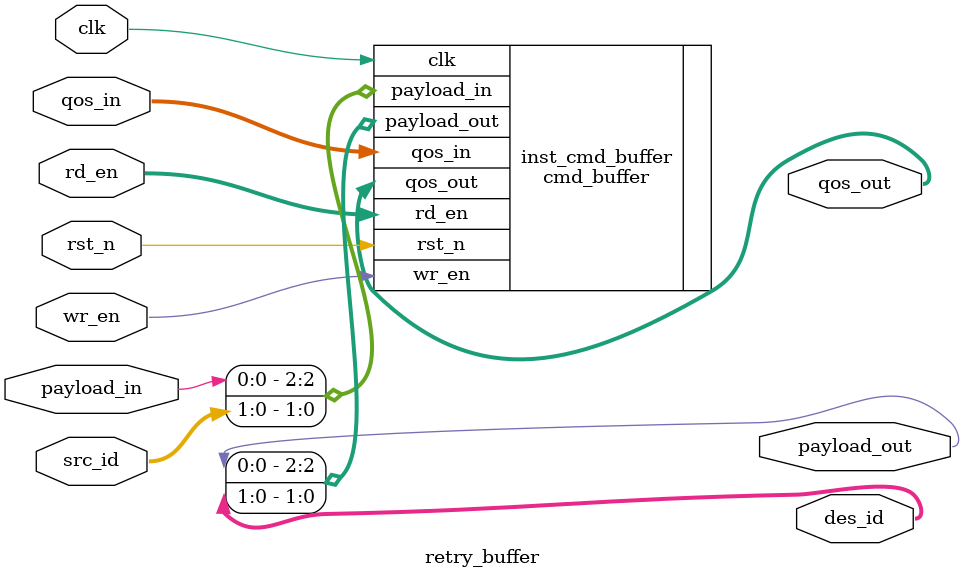
<source format=v>
module retry_buffer #(
    parameter   TIME_OUT_ns   = 10, 
    parameter   ENTYR_NUM     = 32, 
    parameter   QOS_CLASS_NUM = 4, 
    parameter   SRC_NODE_W    = 2, 
    parameter   PAYLD_BW      = 8
    // parameter   TRANS_NUM_W = 5; 
) (
    input               clk, 
    input               rst_n, 

    input                                  wr_en,
    input [$clog2(QOS_CLASS_NUM)     -1:0] qos_in, 
    input [SRC_NODE_W                -1:0] src_id, 
    input                                  payload_in, 

    input  [QOS_CLASS_NUM            -1:0] rd_en,
    output [$clog2(QOS_CLASS_NUM)    -1:0] qos_out, 
    output                                 payload_out, 
    output [SRC_NODE_W               -1:0] des_id


);


cmd_buffer #(
    .TIME_OUT_ns            (   TIME_OUT_ns             ),
    .ENTYR_NUM              (   ENTYR_NUM               ),
    .QOS_CLASS_NUM          (   QOS_CLASS_NUM           ), 
    .PAYLD_BW               (   PAYLD_BW + SRC_NODE_W   )
) inst_cmd_buffer(
    .clk                    (   clk                     ), 
    .rst_n                  (   rst_n                   ), 

    .wr_en                  (   wr_en                   ),
    .qos_in                 (   qos_in                  ), 
    .payload_in             (   {payload_in, src_id}    ), 

    .rd_en                  (   rd_en                   ),
    .payload_out            (   {payload_out, des_id}   ), 
    .qos_out                (   qos_out                 )

);




    
endmodule
</source>
